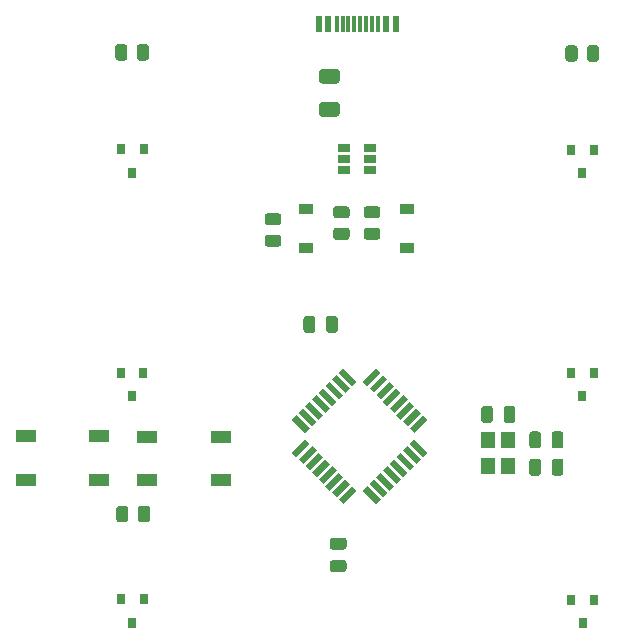
<source format=gbr>
%TF.GenerationSoftware,KiCad,Pcbnew,(5.1.9)-1*%
%TF.CreationDate,2021-01-04T19:41:53+01:00*%
%TF.ProjectId,pcb,7063622e-6b69-4636-9164-5f7063625858,rev?*%
%TF.SameCoordinates,Original*%
%TF.FileFunction,Paste,Bot*%
%TF.FilePolarity,Positive*%
%FSLAX46Y46*%
G04 Gerber Fmt 4.6, Leading zero omitted, Abs format (unit mm)*
G04 Created by KiCad (PCBNEW (5.1.9)-1) date 2021-01-04 19:41:53*
%MOMM*%
%LPD*%
G01*
G04 APERTURE LIST*
%ADD10R,0.800000X0.900000*%
%ADD11R,1.200000X1.400000*%
%ADD12R,0.600000X1.450000*%
%ADD13R,0.300000X1.450000*%
%ADD14R,1.060000X0.650000*%
%ADD15C,0.100000*%
%ADD16R,1.800000X1.100000*%
%ADD17R,1.200000X0.900000*%
G04 APERTURE END LIST*
D10*
%TO.C,D6*%
X144449800Y-95945200D03*
X145399800Y-93945200D03*
X143499800Y-93945200D03*
%TD*%
%TO.C,D5*%
X106324400Y-95919800D03*
X107274400Y-93919800D03*
X105374400Y-93919800D03*
%TD*%
%TO.C,D4*%
X144424400Y-76717400D03*
X145374400Y-74717400D03*
X143474400Y-74717400D03*
%TD*%
%TO.C,D3*%
X106299000Y-76717400D03*
X107249000Y-74717400D03*
X105349000Y-74717400D03*
%TD*%
%TO.C,D2*%
X144424400Y-57845200D03*
X145374400Y-55845200D03*
X143474400Y-55845200D03*
%TD*%
%TO.C,D1*%
X106324400Y-57794400D03*
X107274400Y-55794400D03*
X105374400Y-55794400D03*
%TD*%
D11*
%TO.C,X1*%
X138162400Y-82634000D03*
X138162400Y-80434000D03*
X136462400Y-80434000D03*
X136462400Y-82634000D03*
%TD*%
D12*
%TO.C,USB1*%
X128624400Y-45167600D03*
X127824400Y-45167600D03*
X122924400Y-45167600D03*
X122124400Y-45167600D03*
X122124400Y-45167600D03*
X122924400Y-45167600D03*
X127824400Y-45167600D03*
X128624400Y-45167600D03*
D13*
X123624400Y-45167600D03*
X124124400Y-45167600D03*
X124624400Y-45167600D03*
X125624400Y-45167600D03*
X126124400Y-45167600D03*
X126624400Y-45167600D03*
X127124400Y-45167600D03*
X125124400Y-45167600D03*
%TD*%
D14*
%TO.C,U2*%
X124274400Y-56616600D03*
X124274400Y-55666600D03*
X124274400Y-57566600D03*
X126474400Y-57566600D03*
X126474400Y-56616600D03*
X126474400Y-55666600D03*
%TD*%
D15*
%TO.C,U1*%
G36*
X125312435Y-75472328D02*
G01*
X124923526Y-75861237D01*
X123792155Y-74729866D01*
X124181064Y-74340957D01*
X125312435Y-75472328D01*
G37*
G36*
X124746750Y-76038014D02*
G01*
X124357841Y-76426923D01*
X123226470Y-75295552D01*
X123615379Y-74906643D01*
X124746750Y-76038014D01*
G37*
G36*
X124181064Y-76603699D02*
G01*
X123792155Y-76992608D01*
X122660784Y-75861237D01*
X123049693Y-75472328D01*
X124181064Y-76603699D01*
G37*
G36*
X123615379Y-77169384D02*
G01*
X123226470Y-77558293D01*
X122095099Y-76426922D01*
X122484008Y-76038013D01*
X123615379Y-77169384D01*
G37*
G36*
X123049693Y-77735070D02*
G01*
X122660784Y-78123979D01*
X121529413Y-76992608D01*
X121918322Y-76603699D01*
X123049693Y-77735070D01*
G37*
G36*
X122484008Y-78300755D02*
G01*
X122095099Y-78689664D01*
X120963728Y-77558293D01*
X121352637Y-77169384D01*
X122484008Y-78300755D01*
G37*
G36*
X121918323Y-78866441D02*
G01*
X121529414Y-79255350D01*
X120398043Y-78123979D01*
X120786952Y-77735070D01*
X121918323Y-78866441D01*
G37*
G36*
X121352637Y-79432126D02*
G01*
X120963728Y-79821035D01*
X119832357Y-78689664D01*
X120221266Y-78300755D01*
X121352637Y-79432126D01*
G37*
G36*
X120963728Y-80351365D02*
G01*
X121352637Y-80740274D01*
X120221266Y-81871645D01*
X119832357Y-81482736D01*
X120963728Y-80351365D01*
G37*
G36*
X121529414Y-80917050D02*
G01*
X121918323Y-81305959D01*
X120786952Y-82437330D01*
X120398043Y-82048421D01*
X121529414Y-80917050D01*
G37*
G36*
X122095099Y-81482736D02*
G01*
X122484008Y-81871645D01*
X121352637Y-83003016D01*
X120963728Y-82614107D01*
X122095099Y-81482736D01*
G37*
G36*
X122660784Y-82048421D02*
G01*
X123049693Y-82437330D01*
X121918322Y-83568701D01*
X121529413Y-83179792D01*
X122660784Y-82048421D01*
G37*
G36*
X123226470Y-82614107D02*
G01*
X123615379Y-83003016D01*
X122484008Y-84134387D01*
X122095099Y-83745478D01*
X123226470Y-82614107D01*
G37*
G36*
X123792155Y-83179792D02*
G01*
X124181064Y-83568701D01*
X123049693Y-84700072D01*
X122660784Y-84311163D01*
X123792155Y-83179792D01*
G37*
G36*
X124357841Y-83745477D02*
G01*
X124746750Y-84134386D01*
X123615379Y-85265757D01*
X123226470Y-84876848D01*
X124357841Y-83745477D01*
G37*
G36*
X124923526Y-84311163D02*
G01*
X125312435Y-84700072D01*
X124181064Y-85831443D01*
X123792155Y-85442534D01*
X124923526Y-84311163D01*
G37*
G36*
X127363045Y-85442534D02*
G01*
X126974136Y-85831443D01*
X125842765Y-84700072D01*
X126231674Y-84311163D01*
X127363045Y-85442534D01*
G37*
G36*
X127928730Y-84876848D02*
G01*
X127539821Y-85265757D01*
X126408450Y-84134386D01*
X126797359Y-83745477D01*
X127928730Y-84876848D01*
G37*
G36*
X128494416Y-84311163D02*
G01*
X128105507Y-84700072D01*
X126974136Y-83568701D01*
X127363045Y-83179792D01*
X128494416Y-84311163D01*
G37*
G36*
X129060101Y-83745478D02*
G01*
X128671192Y-84134387D01*
X127539821Y-83003016D01*
X127928730Y-82614107D01*
X129060101Y-83745478D01*
G37*
G36*
X129625787Y-83179792D02*
G01*
X129236878Y-83568701D01*
X128105507Y-82437330D01*
X128494416Y-82048421D01*
X129625787Y-83179792D01*
G37*
G36*
X130191472Y-82614107D02*
G01*
X129802563Y-83003016D01*
X128671192Y-81871645D01*
X129060101Y-81482736D01*
X130191472Y-82614107D01*
G37*
G36*
X130757157Y-82048421D02*
G01*
X130368248Y-82437330D01*
X129236877Y-81305959D01*
X129625786Y-80917050D01*
X130757157Y-82048421D01*
G37*
G36*
X131322843Y-81482736D02*
G01*
X130933934Y-81871645D01*
X129802563Y-80740274D01*
X130191472Y-80351365D01*
X131322843Y-81482736D01*
G37*
G36*
X130933934Y-78300755D02*
G01*
X131322843Y-78689664D01*
X130191472Y-79821035D01*
X129802563Y-79432126D01*
X130933934Y-78300755D01*
G37*
G36*
X130368248Y-77735070D02*
G01*
X130757157Y-78123979D01*
X129625786Y-79255350D01*
X129236877Y-78866441D01*
X130368248Y-77735070D01*
G37*
G36*
X129802563Y-77169384D02*
G01*
X130191472Y-77558293D01*
X129060101Y-78689664D01*
X128671192Y-78300755D01*
X129802563Y-77169384D01*
G37*
G36*
X129236878Y-76603699D02*
G01*
X129625787Y-76992608D01*
X128494416Y-78123979D01*
X128105507Y-77735070D01*
X129236878Y-76603699D01*
G37*
G36*
X128671192Y-76038013D02*
G01*
X129060101Y-76426922D01*
X127928730Y-77558293D01*
X127539821Y-77169384D01*
X128671192Y-76038013D01*
G37*
G36*
X128105507Y-75472328D02*
G01*
X128494416Y-75861237D01*
X127363045Y-76992608D01*
X126974136Y-76603699D01*
X128105507Y-75472328D01*
G37*
G36*
X127539821Y-74906643D02*
G01*
X127928730Y-75295552D01*
X126797359Y-76426923D01*
X126408450Y-76038014D01*
X127539821Y-74906643D01*
G37*
G36*
X126974136Y-74340957D02*
G01*
X127363045Y-74729866D01*
X126231674Y-75861237D01*
X125842765Y-75472328D01*
X126974136Y-74340957D01*
G37*
%TD*%
D16*
%TO.C,RESET*%
X107593200Y-80141200D03*
X113793200Y-83841200D03*
X107593200Y-83841200D03*
X113793200Y-80141200D03*
%TD*%
%TO.C,R9*%
G36*
G01*
X117786998Y-63036400D02*
X118687002Y-63036400D01*
G75*
G02*
X118937000Y-63286398I0J-249998D01*
G01*
X118937000Y-63811402D01*
G75*
G02*
X118687002Y-64061400I-249998J0D01*
G01*
X117786998Y-64061400D01*
G75*
G02*
X117537000Y-63811402I0J249998D01*
G01*
X117537000Y-63286398D01*
G75*
G02*
X117786998Y-63036400I249998J0D01*
G01*
G37*
G36*
G01*
X117786998Y-61211400D02*
X118687002Y-61211400D01*
G75*
G02*
X118937000Y-61461398I0J-249998D01*
G01*
X118937000Y-61986402D01*
G75*
G02*
X118687002Y-62236400I-249998J0D01*
G01*
X117786998Y-62236400D01*
G75*
G02*
X117537000Y-61986402I0J249998D01*
G01*
X117537000Y-61461398D01*
G75*
G02*
X117786998Y-61211400I249998J0D01*
G01*
G37*
%TD*%
%TO.C,R8*%
G36*
G01*
X127069002Y-61652200D02*
X126168998Y-61652200D01*
G75*
G02*
X125919000Y-61402202I0J249998D01*
G01*
X125919000Y-60877198D01*
G75*
G02*
X126168998Y-60627200I249998J0D01*
G01*
X127069002Y-60627200D01*
G75*
G02*
X127319000Y-60877198I0J-249998D01*
G01*
X127319000Y-61402202D01*
G75*
G02*
X127069002Y-61652200I-249998J0D01*
G01*
G37*
G36*
G01*
X127069002Y-63477200D02*
X126168998Y-63477200D01*
G75*
G02*
X125919000Y-63227202I0J249998D01*
G01*
X125919000Y-62702198D01*
G75*
G02*
X126168998Y-62452200I249998J0D01*
G01*
X127069002Y-62452200D01*
G75*
G02*
X127319000Y-62702198I0J-249998D01*
G01*
X127319000Y-63227202D01*
G75*
G02*
X127069002Y-63477200I-249998J0D01*
G01*
G37*
%TD*%
%TO.C,R7*%
G36*
G01*
X124478202Y-61652200D02*
X123578198Y-61652200D01*
G75*
G02*
X123328200Y-61402202I0J249998D01*
G01*
X123328200Y-60877198D01*
G75*
G02*
X123578198Y-60627200I249998J0D01*
G01*
X124478202Y-60627200D01*
G75*
G02*
X124728200Y-60877198I0J-249998D01*
G01*
X124728200Y-61402202D01*
G75*
G02*
X124478202Y-61652200I-249998J0D01*
G01*
G37*
G36*
G01*
X124478202Y-63477200D02*
X123578198Y-63477200D01*
G75*
G02*
X123328200Y-63227202I0J249998D01*
G01*
X123328200Y-62702198D01*
G75*
G02*
X123578198Y-62452200I249998J0D01*
G01*
X124478202Y-62452200D01*
G75*
G02*
X124728200Y-62702198I0J-249998D01*
G01*
X124728200Y-63227202D01*
G75*
G02*
X124478202Y-63477200I-249998J0D01*
G01*
G37*
%TD*%
%TO.C,R6*%
G36*
G01*
X144024400Y-47251198D02*
X144024400Y-48151202D01*
G75*
G02*
X143774402Y-48401200I-249998J0D01*
G01*
X143249398Y-48401200D01*
G75*
G02*
X142999400Y-48151202I0J249998D01*
G01*
X142999400Y-47251198D01*
G75*
G02*
X143249398Y-47001200I249998J0D01*
G01*
X143774402Y-47001200D01*
G75*
G02*
X144024400Y-47251198I0J-249998D01*
G01*
G37*
G36*
G01*
X145849400Y-47251198D02*
X145849400Y-48151202D01*
G75*
G02*
X145599402Y-48401200I-249998J0D01*
G01*
X145074398Y-48401200D01*
G75*
G02*
X144824400Y-48151202I0J249998D01*
G01*
X144824400Y-47251198D01*
G75*
G02*
X145074398Y-47001200I249998J0D01*
G01*
X145599402Y-47001200D01*
G75*
G02*
X145849400Y-47251198I0J-249998D01*
G01*
G37*
%TD*%
%TO.C,R5*%
G36*
G01*
X106700900Y-48049602D02*
X106700900Y-47149598D01*
G75*
G02*
X106950898Y-46899600I249998J0D01*
G01*
X107475902Y-46899600D01*
G75*
G02*
X107725900Y-47149598I0J-249998D01*
G01*
X107725900Y-48049602D01*
G75*
G02*
X107475902Y-48299600I-249998J0D01*
G01*
X106950898Y-48299600D01*
G75*
G02*
X106700900Y-48049602I0J249998D01*
G01*
G37*
G36*
G01*
X104875900Y-48049602D02*
X104875900Y-47149598D01*
G75*
G02*
X105125898Y-46899600I249998J0D01*
G01*
X105650902Y-46899600D01*
G75*
G02*
X105900900Y-47149598I0J-249998D01*
G01*
X105900900Y-48049602D01*
G75*
G02*
X105650902Y-48299600I-249998J0D01*
G01*
X105125898Y-48299600D01*
G75*
G02*
X104875900Y-48049602I0J249998D01*
G01*
G37*
%TD*%
%TO.C,R2*%
G36*
G01*
X106000600Y-86240198D02*
X106000600Y-87140202D01*
G75*
G02*
X105750602Y-87390200I-249998J0D01*
G01*
X105225598Y-87390200D01*
G75*
G02*
X104975600Y-87140202I0J249998D01*
G01*
X104975600Y-86240198D01*
G75*
G02*
X105225598Y-85990200I249998J0D01*
G01*
X105750602Y-85990200D01*
G75*
G02*
X106000600Y-86240198I0J-249998D01*
G01*
G37*
G36*
G01*
X107825600Y-86240198D02*
X107825600Y-87140202D01*
G75*
G02*
X107575602Y-87390200I-249998J0D01*
G01*
X107050598Y-87390200D01*
G75*
G02*
X106800600Y-87140202I0J249998D01*
G01*
X106800600Y-86240198D01*
G75*
G02*
X107050598Y-85990200I249998J0D01*
G01*
X107575602Y-85990200D01*
G75*
G02*
X107825600Y-86240198I0J-249998D01*
G01*
G37*
%TD*%
%TO.C,F1*%
G36*
G01*
X123637200Y-50253600D02*
X122387200Y-50253600D01*
G75*
G02*
X122137200Y-50003600I0J250000D01*
G01*
X122137200Y-49253600D01*
G75*
G02*
X122387200Y-49003600I250000J0D01*
G01*
X123637200Y-49003600D01*
G75*
G02*
X123887200Y-49253600I0J-250000D01*
G01*
X123887200Y-50003600D01*
G75*
G02*
X123637200Y-50253600I-250000J0D01*
G01*
G37*
G36*
G01*
X123637200Y-53053600D02*
X122387200Y-53053600D01*
G75*
G02*
X122137200Y-52803600I0J250000D01*
G01*
X122137200Y-52053600D01*
G75*
G02*
X122387200Y-51803600I250000J0D01*
G01*
X123637200Y-51803600D01*
G75*
G02*
X123887200Y-52053600I0J-250000D01*
G01*
X123887200Y-52803600D01*
G75*
G02*
X123637200Y-53053600I-250000J0D01*
G01*
G37*
%TD*%
D17*
%TO.C,D8*%
X129590800Y-64159400D03*
X129590800Y-60859400D03*
%TD*%
%TO.C,D7*%
X121005600Y-64159400D03*
X121005600Y-60859400D03*
%TD*%
%TO.C,C8*%
G36*
G01*
X141826400Y-80891400D02*
X141826400Y-79941400D01*
G75*
G02*
X142076400Y-79691400I250000J0D01*
G01*
X142576400Y-79691400D01*
G75*
G02*
X142826400Y-79941400I0J-250000D01*
G01*
X142826400Y-80891400D01*
G75*
G02*
X142576400Y-81141400I-250000J0D01*
G01*
X142076400Y-81141400D01*
G75*
G02*
X141826400Y-80891400I0J250000D01*
G01*
G37*
G36*
G01*
X139926400Y-80891400D02*
X139926400Y-79941400D01*
G75*
G02*
X140176400Y-79691400I250000J0D01*
G01*
X140676400Y-79691400D01*
G75*
G02*
X140926400Y-79941400I0J-250000D01*
G01*
X140926400Y-80891400D01*
G75*
G02*
X140676400Y-81141400I-250000J0D01*
G01*
X140176400Y-81141400D01*
G75*
G02*
X139926400Y-80891400I0J250000D01*
G01*
G37*
%TD*%
%TO.C,C7*%
G36*
G01*
X141826400Y-83202800D02*
X141826400Y-82252800D01*
G75*
G02*
X142076400Y-82002800I250000J0D01*
G01*
X142576400Y-82002800D01*
G75*
G02*
X142826400Y-82252800I0J-250000D01*
G01*
X142826400Y-83202800D01*
G75*
G02*
X142576400Y-83452800I-250000J0D01*
G01*
X142076400Y-83452800D01*
G75*
G02*
X141826400Y-83202800I0J250000D01*
G01*
G37*
G36*
G01*
X139926400Y-83202800D02*
X139926400Y-82252800D01*
G75*
G02*
X140176400Y-82002800I250000J0D01*
G01*
X140676400Y-82002800D01*
G75*
G02*
X140926400Y-82252800I0J-250000D01*
G01*
X140926400Y-83202800D01*
G75*
G02*
X140676400Y-83452800I-250000J0D01*
G01*
X140176400Y-83452800D01*
G75*
G02*
X139926400Y-83202800I0J250000D01*
G01*
G37*
%TD*%
%TO.C,C3*%
G36*
G01*
X123273800Y-90594600D02*
X124223800Y-90594600D01*
G75*
G02*
X124473800Y-90844600I0J-250000D01*
G01*
X124473800Y-91344600D01*
G75*
G02*
X124223800Y-91594600I-250000J0D01*
G01*
X123273800Y-91594600D01*
G75*
G02*
X123023800Y-91344600I0J250000D01*
G01*
X123023800Y-90844600D01*
G75*
G02*
X123273800Y-90594600I250000J0D01*
G01*
G37*
G36*
G01*
X123273800Y-88694600D02*
X124223800Y-88694600D01*
G75*
G02*
X124473800Y-88944600I0J-250000D01*
G01*
X124473800Y-89444600D01*
G75*
G02*
X124223800Y-89694600I-250000J0D01*
G01*
X123273800Y-89694600D01*
G75*
G02*
X123023800Y-89444600I0J250000D01*
G01*
X123023800Y-88944600D01*
G75*
G02*
X123273800Y-88694600I250000J0D01*
G01*
G37*
%TD*%
%TO.C,C2*%
G36*
G01*
X137762400Y-78732400D02*
X137762400Y-77782400D01*
G75*
G02*
X138012400Y-77532400I250000J0D01*
G01*
X138512400Y-77532400D01*
G75*
G02*
X138762400Y-77782400I0J-250000D01*
G01*
X138762400Y-78732400D01*
G75*
G02*
X138512400Y-78982400I-250000J0D01*
G01*
X138012400Y-78982400D01*
G75*
G02*
X137762400Y-78732400I0J250000D01*
G01*
G37*
G36*
G01*
X135862400Y-78732400D02*
X135862400Y-77782400D01*
G75*
G02*
X136112400Y-77532400I250000J0D01*
G01*
X136612400Y-77532400D01*
G75*
G02*
X136862400Y-77782400I0J-250000D01*
G01*
X136862400Y-78732400D01*
G75*
G02*
X136612400Y-78982400I-250000J0D01*
G01*
X136112400Y-78982400D01*
G75*
G02*
X135862400Y-78732400I0J250000D01*
G01*
G37*
%TD*%
%TO.C,C1*%
G36*
G01*
X121815400Y-70162400D02*
X121815400Y-71112400D01*
G75*
G02*
X121565400Y-71362400I-250000J0D01*
G01*
X121065400Y-71362400D01*
G75*
G02*
X120815400Y-71112400I0J250000D01*
G01*
X120815400Y-70162400D01*
G75*
G02*
X121065400Y-69912400I250000J0D01*
G01*
X121565400Y-69912400D01*
G75*
G02*
X121815400Y-70162400I0J-250000D01*
G01*
G37*
G36*
G01*
X123715400Y-70162400D02*
X123715400Y-71112400D01*
G75*
G02*
X123465400Y-71362400I-250000J0D01*
G01*
X122965400Y-71362400D01*
G75*
G02*
X122715400Y-71112400I0J250000D01*
G01*
X122715400Y-70162400D01*
G75*
G02*
X122965400Y-69912400I250000J0D01*
G01*
X123465400Y-69912400D01*
G75*
G02*
X123715400Y-70162400I0J-250000D01*
G01*
G37*
%TD*%
D16*
%TO.C,BOOT*%
X97280800Y-80090400D03*
X103480800Y-83790400D03*
X97280800Y-83790400D03*
X103480800Y-80090400D03*
%TD*%
M02*

</source>
